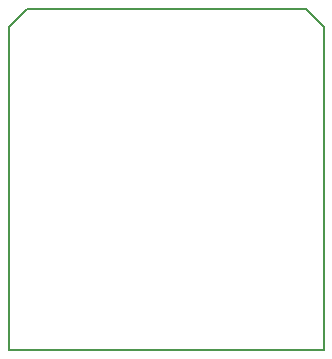
<source format=gbr>
G04 #@! TF.FileFunction,Profile,NP*
%FSLAX46Y46*%
G04 Gerber Fmt 4.6, Leading zero omitted, Abs format (unit mm)*
G04 Created by KiCad (PCBNEW (2015-10-03 BZR 6242)-product) date Sat 14 Nov 2015 03:55:45 PM EET*
%MOMM*%
G01*
G04 APERTURE LIST*
%ADD10C,0.100000*%
%ADD11C,0.150000*%
G04 APERTURE END LIST*
D10*
D11*
X135255000Y-122555000D02*
X161925000Y-122555000D01*
X160401000Y-93726000D02*
X136779000Y-93726000D01*
X161925000Y-95250000D02*
X160401000Y-93726000D01*
X161925000Y-122555000D02*
X161925000Y-95250000D01*
X135255000Y-95250000D02*
X136779000Y-93726000D01*
X135255000Y-122555000D02*
X135255000Y-95250000D01*
M02*

</source>
